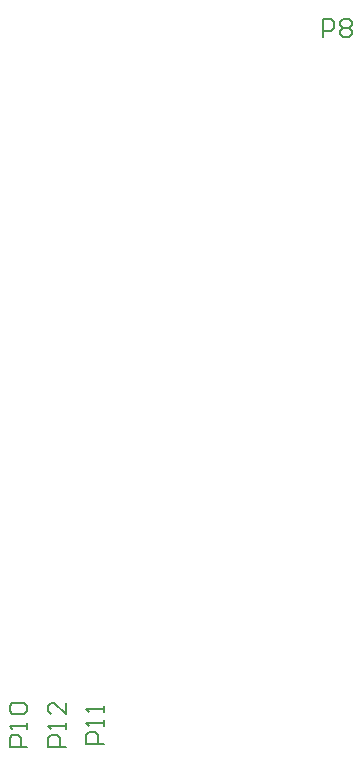
<source format=gbr>
G04*
G04 #@! TF.GenerationSoftware,Altium Limited,Altium Designer,24.1.2 (44)*
G04*
G04 Layer_Color=65535*
%FSLAX25Y25*%
%MOIN*%
G70*
G04*
G04 #@! TF.SameCoordinates,A85318EA-E4D8-42E9-B0A6-CF3BD3DAF5E5*
G04*
G04*
G04 #@! TF.FilePolarity,Positive*
G04*
G01*
G75*
%ADD55C,0.00591*%
D55*
X1057088Y627954D02*
Y633857D01*
X1060040D01*
X1061024Y632873D01*
Y630905D01*
X1060040Y629922D01*
X1057088D01*
X1062992Y632873D02*
X1063976Y633857D01*
X1065944D01*
X1066928Y632873D01*
Y631889D01*
X1065944Y630905D01*
X1066928Y629922D01*
Y628938D01*
X1065944Y627954D01*
X1063976D01*
X1062992Y628938D01*
Y629922D01*
X1063976Y630905D01*
X1062992Y631889D01*
Y632873D01*
X1063976Y630905D02*
X1065944D01*
X984251Y392227D02*
X978347D01*
Y395178D01*
X979331Y396162D01*
X981299D01*
X982283Y395178D01*
Y392227D01*
X984251Y398130D02*
Y400098D01*
Y399114D01*
X978347D01*
X979331Y398130D01*
X984251Y403050D02*
Y405018D01*
Y404034D01*
X978347D01*
X979331Y403050D01*
X971411Y391277D02*
X965508D01*
Y394229D01*
X966492Y395213D01*
X968460D01*
X969444Y394229D01*
Y391277D01*
X971411Y397181D02*
Y399149D01*
Y398165D01*
X965508D01*
X966492Y397181D01*
X971411Y406036D02*
Y402101D01*
X967476Y406036D01*
X966492D01*
X965508Y405052D01*
Y403085D01*
X966492Y402101D01*
X958616Y391277D02*
X952713D01*
Y394229D01*
X953697Y395213D01*
X955664D01*
X956648Y394229D01*
Y391277D01*
X958616Y397181D02*
Y399149D01*
Y398165D01*
X952713D01*
X953697Y397181D01*
Y402101D02*
X952713Y403085D01*
Y405052D01*
X953697Y406036D01*
X957632D01*
X958616Y405052D01*
Y403085D01*
X957632Y402101D01*
X953697D01*
M02*

</source>
